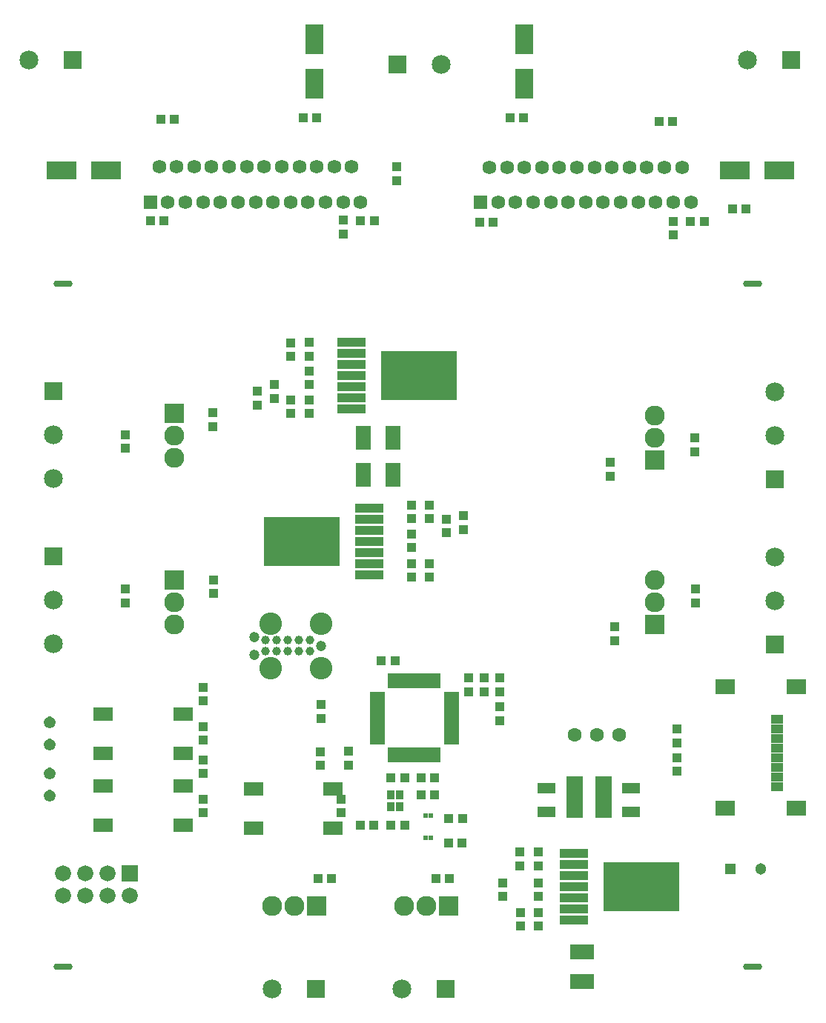
<source format=gts>
G04*
G04 #@! TF.GenerationSoftware,Altium Limited,Altium Designer,24.2.2 (26)*
G04*
G04 Layer_Color=8388736*
%FSLAX25Y25*%
%MOIN*%
G70*
G04*
G04 #@! TF.SameCoordinates,1A1EAA83-3352-477D-9F2F-1BB8837AECD5*
G04*
G04*
G04 #@! TF.FilePolarity,Negative*
G04*
G01*
G75*
%ADD34C,0.02700*%
%ADD35R,0.10800X0.06784*%
%ADD36R,0.06784X0.10800*%
%ADD37R,0.09068X0.06312*%
%ADD38R,0.05524X0.03950*%
%ADD39R,0.08674X0.06706*%
%ADD40R,0.06607X0.01981*%
%ADD41R,0.01981X0.06607*%
%ADD42R,0.04202X0.03898*%
%ADD43C,0.03900*%
%ADD44R,0.01883X0.02375*%
%ADD45R,0.03898X0.04202*%
%ADD46R,0.03556X0.03950*%
%ADD47R,0.12847X0.04304*%
%ADD48R,0.34422X0.21863*%
%ADD49R,0.07965X0.05131*%
%ADD50R,0.07690X0.18517*%
%ADD51R,0.07887X0.13202*%
%ADD52R,0.13202X0.07887*%
%ADD53R,0.08477X0.08477*%
%ADD54C,0.08477*%
%ADD55R,0.07200X0.07200*%
%ADD56C,0.07200*%
%ADD57O,0.08595X0.02887*%
%ADD58R,0.08477X0.08477*%
%ADD59R,0.09009X0.09009*%
%ADD60C,0.09009*%
%ADD61C,0.10150*%
%ADD62C,0.04700*%
%ADD63C,0.05131*%
%ADD64R,0.05131X0.05131*%
%ADD65C,0.06312*%
%ADD66R,0.09009X0.09009*%
%ADD67C,0.06265*%
%ADD68R,0.06265X0.06265*%
D34*
X225350Y477000D02*
X224955Y477955D01*
X224000Y478350D01*
X223045Y477955D01*
X222650Y477000D01*
X223045Y476045D01*
X224000Y475650D01*
X224955Y476045D01*
X225350Y477000D01*
Y467000D02*
X224955Y467955D01*
X224000Y468350D01*
X223045Y467955D01*
X222650Y467000D01*
X223045Y466045D01*
X224000Y465650D01*
X224955Y466045D01*
X225350Y467000D01*
Y500000D02*
X224955Y500955D01*
X224000Y501350D01*
X223045Y500955D01*
X222650Y500000D01*
X223045Y499045D01*
X224000Y498650D01*
X224955Y499045D01*
X225350Y500000D01*
Y490000D02*
X224955Y490955D01*
X224000Y491350D01*
X223045Y490955D01*
X222650Y490000D01*
X223045Y489045D01*
X224000Y488650D01*
X224955Y489045D01*
X225350Y490000D01*
D35*
X463500Y396965D02*
D03*
Y383500D02*
D03*
D36*
X365000Y628000D02*
D03*
X378465D02*
D03*
X365000Y611500D02*
D03*
X378465D02*
D03*
D37*
X248143Y471423D02*
D03*
X283969D02*
D03*
X248143Y453707D02*
D03*
X283969D02*
D03*
Y486172D02*
D03*
X248143D02*
D03*
X283969Y503888D02*
D03*
X248143D02*
D03*
X351474Y452382D02*
D03*
X315647D02*
D03*
X351474Y470098D02*
D03*
X315647D02*
D03*
D38*
X551227Y501453D02*
D03*
Y497123D02*
D03*
Y492792D02*
D03*
Y488461D02*
D03*
Y484130D02*
D03*
Y479800D02*
D03*
Y475469D02*
D03*
Y471138D02*
D03*
D39*
X559888Y461414D02*
D03*
Y516099D02*
D03*
X527605D02*
D03*
Y461414D02*
D03*
D40*
X371315Y491173D02*
D03*
Y493142D02*
D03*
Y495110D02*
D03*
Y497079D02*
D03*
Y499047D02*
D03*
Y501016D02*
D03*
Y502984D02*
D03*
Y504953D02*
D03*
Y506921D02*
D03*
Y508890D02*
D03*
Y510858D02*
D03*
Y512827D02*
D03*
X404685D02*
D03*
Y510858D02*
D03*
Y508890D02*
D03*
Y506921D02*
D03*
Y504953D02*
D03*
Y502984D02*
D03*
Y501016D02*
D03*
Y499047D02*
D03*
Y497079D02*
D03*
Y495110D02*
D03*
Y493142D02*
D03*
Y491173D02*
D03*
D41*
X377173Y518685D02*
D03*
X379142D02*
D03*
X381110D02*
D03*
X383079D02*
D03*
X385047D02*
D03*
X387016D02*
D03*
X388984D02*
D03*
X390953D02*
D03*
X392921D02*
D03*
X394890D02*
D03*
X396858D02*
D03*
X398827D02*
D03*
Y485315D02*
D03*
X396858D02*
D03*
X394890D02*
D03*
X392921D02*
D03*
X390953D02*
D03*
X388984D02*
D03*
X387016D02*
D03*
X385047D02*
D03*
X383079D02*
D03*
X381110D02*
D03*
X379142D02*
D03*
X377173D02*
D03*
D42*
X297428Y633271D02*
D03*
Y639373D02*
D03*
X293011Y509766D02*
D03*
Y515869D02*
D03*
Y491979D02*
D03*
Y498081D02*
D03*
Y459514D02*
D03*
Y465616D02*
D03*
Y477173D02*
D03*
Y483275D02*
D03*
X345784Y480765D02*
D03*
Y486868D02*
D03*
X258000Y553949D02*
D03*
Y560051D02*
D03*
X297699Y564148D02*
D03*
Y558045D02*
D03*
X355071Y459514D02*
D03*
Y465616D02*
D03*
X358500Y480949D02*
D03*
Y487051D02*
D03*
X346000Y501949D02*
D03*
Y508051D02*
D03*
X506000Y497051D02*
D03*
Y490949D02*
D03*
Y478000D02*
D03*
Y484102D02*
D03*
X514500Y553949D02*
D03*
Y560051D02*
D03*
X514165Y628000D02*
D03*
Y621898D02*
D03*
X386885Y584789D02*
D03*
Y578687D02*
D03*
X386895Y571541D02*
D03*
Y565439D02*
D03*
X402500Y585398D02*
D03*
Y591500D02*
D03*
X394852Y571541D02*
D03*
Y565439D02*
D03*
X410000Y593051D02*
D03*
Y586949D02*
D03*
X386824Y591806D02*
D03*
Y597908D02*
D03*
X394852Y591806D02*
D03*
Y597908D02*
D03*
X476000Y617051D02*
D03*
Y610949D02*
D03*
X332530Y664825D02*
D03*
Y670927D02*
D03*
X340810Y652061D02*
D03*
Y658163D02*
D03*
X340750Y664892D02*
D03*
Y670995D02*
D03*
X412500Y513949D02*
D03*
Y520051D02*
D03*
X419500Y513949D02*
D03*
Y520051D02*
D03*
X426500Y507000D02*
D03*
Y500898D02*
D03*
X478000Y543051D02*
D03*
Y536949D02*
D03*
X426500Y520000D02*
D03*
Y513898D02*
D03*
X443618Y421858D02*
D03*
Y427961D02*
D03*
X427642Y427961D02*
D03*
Y421858D02*
D03*
X443659Y414558D02*
D03*
Y408456D02*
D03*
X435725Y414558D02*
D03*
Y408456D02*
D03*
X435290Y435573D02*
D03*
Y441676D02*
D03*
X443618Y435573D02*
D03*
Y441676D02*
D03*
X258000Y623449D02*
D03*
Y629551D02*
D03*
X317500Y642949D02*
D03*
Y649051D02*
D03*
X332530Y645140D02*
D03*
Y639038D02*
D03*
X340789Y645127D02*
D03*
Y639025D02*
D03*
X325000Y652051D02*
D03*
Y645949D02*
D03*
X504500Y725551D02*
D03*
Y719449D02*
D03*
X356000Y719949D02*
D03*
Y726051D02*
D03*
X380000Y750051D02*
D03*
Y743949D02*
D03*
D43*
X341000Y532000D02*
D03*
X336000D02*
D03*
X331000D02*
D03*
X326000D02*
D03*
X321000D02*
D03*
Y537000D02*
D03*
X326000D02*
D03*
X331000D02*
D03*
X336000D02*
D03*
X341000D02*
D03*
D44*
X395233Y448052D02*
D03*
X393162D02*
D03*
X395268Y458283D02*
D03*
X393197D02*
D03*
D45*
X344576Y429665D02*
D03*
X350679D02*
D03*
X363678Y453760D02*
D03*
X369781D02*
D03*
X377507D02*
D03*
X383609D02*
D03*
X377555Y475194D02*
D03*
X383658D02*
D03*
X390961Y467560D02*
D03*
X397064D02*
D03*
X391038Y475114D02*
D03*
X397140D02*
D03*
X379249Y527885D02*
D03*
X373147D02*
D03*
X403423Y445807D02*
D03*
X409525D02*
D03*
X403469Y456880D02*
D03*
X409572D02*
D03*
X403809Y429665D02*
D03*
X397707D02*
D03*
X423551Y725000D02*
D03*
X417449D02*
D03*
X518326Y725400D02*
D03*
X512223D02*
D03*
X504051Y770500D02*
D03*
X497949D02*
D03*
X275528Y725900D02*
D03*
X269425D02*
D03*
X363849D02*
D03*
X369951D02*
D03*
X437051Y772000D02*
D03*
X430949D02*
D03*
X530949Y731000D02*
D03*
X537051D02*
D03*
X280102Y771500D02*
D03*
X274000D02*
D03*
X344102Y772000D02*
D03*
X338000D02*
D03*
D46*
X377439Y462267D02*
D03*
Y467385D02*
D03*
X381376D02*
D03*
Y462267D02*
D03*
D47*
X367657Y586500D02*
D03*
Y566500D02*
D03*
Y571500D02*
D03*
Y576500D02*
D03*
Y581500D02*
D03*
Y591500D02*
D03*
Y596500D02*
D03*
X359842Y651000D02*
D03*
Y671000D02*
D03*
Y666000D02*
D03*
Y661000D02*
D03*
Y656000D02*
D03*
Y646000D02*
D03*
Y641000D02*
D03*
X459842Y411000D02*
D03*
Y416000D02*
D03*
Y426000D02*
D03*
Y431000D02*
D03*
Y436000D02*
D03*
Y441000D02*
D03*
Y421000D02*
D03*
D48*
X337500Y581500D02*
D03*
X390000Y656000D02*
D03*
X490000Y426000D02*
D03*
D49*
X485512Y459874D02*
D03*
Y470583D02*
D03*
X447518Y459874D02*
D03*
Y470583D02*
D03*
D50*
X472927Y466533D02*
D03*
X460131D02*
D03*
D51*
X437500Y807539D02*
D03*
Y787461D02*
D03*
X343000Y807539D02*
D03*
Y787461D02*
D03*
D52*
X552079Y748500D02*
D03*
X532000D02*
D03*
X229461D02*
D03*
X249539D02*
D03*
D53*
X225587Y649109D02*
D03*
Y574924D02*
D03*
X550000Y535130D02*
D03*
Y609315D02*
D03*
D54*
X225587Y629424D02*
D03*
Y609739D02*
D03*
X324000Y380000D02*
D03*
X382315D02*
D03*
X225587Y535554D02*
D03*
Y555239D02*
D03*
X550000Y554815D02*
D03*
Y574500D02*
D03*
Y629000D02*
D03*
Y648685D02*
D03*
X400000Y796000D02*
D03*
X537815Y798000D02*
D03*
X214815D02*
D03*
D55*
X260000Y432000D02*
D03*
D56*
X250000D02*
D03*
X240000D02*
D03*
X230000D02*
D03*
X250000Y422000D02*
D03*
X240000D02*
D03*
X230000D02*
D03*
X260000D02*
D03*
D57*
X230000Y697500D02*
D03*
X540000D02*
D03*
X230000Y390000D02*
D03*
X540000D02*
D03*
D58*
X343685Y380000D02*
D03*
X402000D02*
D03*
X380315Y796000D02*
D03*
X557500Y798000D02*
D03*
X234500D02*
D03*
D59*
X344052Y417447D02*
D03*
X403565Y417519D02*
D03*
D60*
X334052Y417447D02*
D03*
X324052D02*
D03*
X393565Y417519D02*
D03*
X383565D02*
D03*
X280000Y554000D02*
D03*
Y544000D02*
D03*
Y619235D02*
D03*
Y629235D02*
D03*
X496000Y638000D02*
D03*
Y628000D02*
D03*
Y564000D02*
D03*
Y554000D02*
D03*
D61*
X323500Y544500D02*
D03*
X346000D02*
D03*
X323500Y524500D02*
D03*
X346000D02*
D03*
D62*
X316000Y538496D02*
D03*
Y530504D02*
D03*
X346000Y534500D02*
D03*
D63*
X543780Y434000D02*
D03*
D64*
X530000D02*
D03*
D65*
X480006Y494530D02*
D03*
X470006D02*
D03*
X460006D02*
D03*
D66*
X280000Y564000D02*
D03*
Y639235D02*
D03*
X496000Y618000D02*
D03*
Y544000D02*
D03*
D67*
X512244Y734000D02*
D03*
X508307Y749748D02*
D03*
X504370Y734000D02*
D03*
X500433Y749748D02*
D03*
X496496Y734000D02*
D03*
X492559Y749748D02*
D03*
X488622Y734000D02*
D03*
X484685Y749748D02*
D03*
X480748Y734000D02*
D03*
X476811Y749748D02*
D03*
X472874Y734000D02*
D03*
X468937Y749748D02*
D03*
X465000Y734000D02*
D03*
X461063Y749748D02*
D03*
X457126Y734000D02*
D03*
X453189Y749748D02*
D03*
X449252Y734000D02*
D03*
X445315Y749748D02*
D03*
X441378Y734000D02*
D03*
X437441Y749748D02*
D03*
X433504Y734000D02*
D03*
X429567Y749748D02*
D03*
X425630Y734000D02*
D03*
X421693Y749748D02*
D03*
X363811Y734252D02*
D03*
X359874Y750000D02*
D03*
X355937Y734252D02*
D03*
X352000Y750000D02*
D03*
X348063Y734252D02*
D03*
X344126Y750000D02*
D03*
X340189Y734252D02*
D03*
X336252Y750000D02*
D03*
X332315Y734252D02*
D03*
X328378Y750000D02*
D03*
X324441Y734252D02*
D03*
X320504Y750000D02*
D03*
X316567Y734252D02*
D03*
X312630Y750000D02*
D03*
X308693Y734252D02*
D03*
X304756Y750000D02*
D03*
X300819Y734252D02*
D03*
X296882Y750000D02*
D03*
X292945Y734252D02*
D03*
X289008Y750000D02*
D03*
X285071Y734252D02*
D03*
X281134Y750000D02*
D03*
X277197Y734252D02*
D03*
X273260Y750000D02*
D03*
D68*
X417756Y734000D02*
D03*
X269323Y734252D02*
D03*
M02*

</source>
